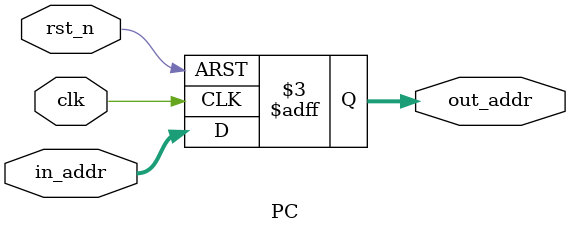
<source format=v>
module PC(rst_n,clk,in_addr,out_addr);
	input rst_n,clk;
	input [4:0]in_addr;
	output reg [4:0]out_addr;
	
	always@(posedge clk or negedge rst_n)begin
		if(!rst_n)begin
			out_addr <= 5'b00000;
		end else 
			out_addr <= in_addr;
	
	end
	

endmodule
</source>
